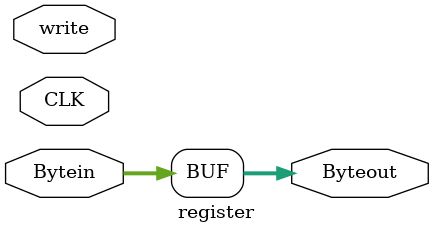
<source format=v>
`timescale 1ns / 1ps


module register(
    input CLK,write,
    input [7:0] Bytein,
    output [7:0] Byteout
    );
    //reg [7:0]ByteMemo;
    //always@(posedge CLK)
    //if(write == 1)ByteMemo <= Bytein;
    
    assign Byteout = Bytein;
endmodule

</source>
